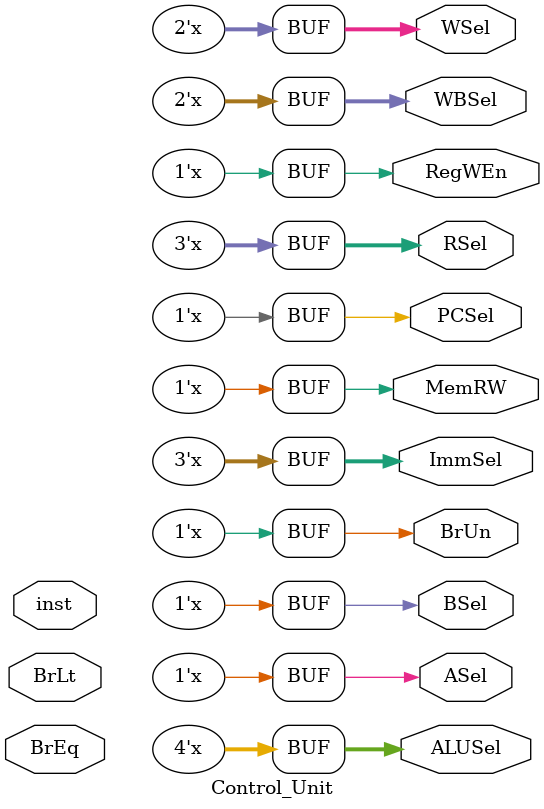
<source format=v>
module Control_Unit(
    inst, BrEq, BrLt,       // input
    PCSel, ImmSel, RegWEn, BrUn, BSel, ASel, ALUSel, MemRW, RSel, WSel, WBSel   // output
);
    input [31:0] inst;
    input BrEq, BrLt;

    output reg PCSel, RegWEn, BrUn, BSel, ASel, MemRW;
    output reg [1:0] WBSel, WSel;
    output reg [2:0] ImmSel, RSel;
    output reg [3:0] ALUSel;
    
    // Control Unit output data
    reg [19:0] data_out; 

    // Command classes
    parameter   
        R       = 5'b01100,
        I_arith = 5'b00100,
        I_load  = 5'b00000,
        S       = 5'b01000,
        B       = 5'b11000,
        JAL     = 5'b11011,
        JALR    = 5'b11001;

    parameter 
        ADD_SUB = 3'b000,   ADDI    = 3'b000,   LB  = 3'b000,   SB  = 3'b000,    BEQ = 3'b000,
        SLL     = 3'b001,   SLLI    = 3'b001,   SH      = 3'b001,   BNE = 3'b001,
        SLT     = 3'b010,   SLTI    = 3'b010,   LH      = 3'b010,   SW  = 3'b010, 
        SLTU    = 3'b011,   SLTIU   = 3'b011,   LW      = 3'b011, 
        XOR     = 3'b100,   XORI    = 3'b100,   LBU     = 3'b100,   BLT = 3'b100,
        SRL_SRA = 3'b101,   SRLI_SRAI = 3'b101, LHU     = 3'b101,   BGE = 3'b101, 
        OR      = 3'b110,   ORI     = 3'b110,   BLTU    = 3'b110,
        AND     = 3'b111,   ANDI    = 3'b111,   BGEU    = 3'b111;
    
    always@ (*) begin
        case (inst[6:2])
            R: begin
                case (inst[14:12])
                // PCSel_ImmSel_RegWEn_BrUn_BSel_ASel_ALUSel_MemRW_WSel_RSel_WBSel
                    ADD_SUB: begin
                        if (inst[30] == 0)  
                                data_out <= 20'b0_111_1_0_0_0_0000_0_11_111_01;
                        else    data_out <= 20'b0_111_1_0_0_0_0001_0_11_111_01;
                    end
                    SLL:        data_out <= 20'b0_111_1_0_0_0_0101_0_11_111_01;
                    SLT:        data_out <= 20'b0_111_1_0_0_0_1000_0_11_111_01;
                    SLTU:       data_out <= 20'b0_111_1_0_0_0_1001_0_11_111_01;
                    XOR:        data_out <= 20'b0_111_1_0_0_0_0100_0_11_111_01;
                    SRL_SRA: begin
                        if (inst[30] == 0)
                                data_out <= 20'b0_111_1_0_0_0_0110_0_11_111_01;
                        else    data_out <= 20'b0_111_1_0_0_0_0111_0_11_111_01;
                    end
                    OR:         data_out <= 20'b0_111_1_0_0_0_0011_0_11_111_01;
                    AND:        data_out <= 20'b0_111_1_0_0_0_0010_0_11_111_01;
                endcase
            end
            // PCSel_ImmSel_RegWEn_BrUn_BSel_ASel_ALUSel_MemRW_WSel_RSel_WBSel
            I_arith: begin
                case (inst[14:12])
                    ADDI:       data_out <= 20'b0_000_1_0_1_0_0000_0_11_111_01;
                    SLTI:       data_out <= 20'b0_000_1_0_1_0_1000_0_11_111_01;
                    SLTIU:      data_out <= 20'b0_000_1_0_1_0_1001_0_11_111_01;
                    XORI:       data_out <= 20'b0_000_1_0_1_0_0100_0_11_111_01;
                    ORI:        data_out <= 20'b0_000_1_0_1_0_0011_0_11_111_01;
                    ANDI:       data_out <= 20'b0_000_1_0_1_0_0010_0_11_111_01;
                    // SLLI:   data_out <=
                    // SRLI_SRAI: begin
                    //     if (inst[30] == 0)  data_out <=
                    //     else    data_out <=
                    // end
                endcase
            end

            I_load: begin
                case (inst[14:12])
                    LB:         data_out <= 20'b0_000_1_0_1_0_0000_0_11_000_00;
                    LH:         data_out <= 20'b0_000_1_0_1_0_0000_0_11_010_00;
                    LW:         data_out <= 20'b0_000_1_0_1_0_0000_0_11_011_00;
                    LBU:        data_out <= 20'b0_000_1_0_1_0_0000_0_11_100_00;
                    LHU:        data_out <= 20'b0_000_1_0_1_0_0000_0_11_101_00;
                endcase
            end

            S: begin
                case (inst[14:12])
                    SB:         data_out <= 20'b0_001_0_0_1_0_0000_1_00_111_00;
                    SH:         data_out <= 20'b0_001_0_0_1_0_0000_1_01_111_00;
                    SW:         data_out <= 20'b0_001_0_0_1_0_0000_1_10_111_00;
                endcase
            end
            // PCSel_ImmSel_RegWEn_BrUn_BSel_ASel_ALUSel_MemRW_WSel_RSel_WBSel
            B: begin
                case (inst[14:12])
                    BEQ: begin
                        if (BrEq == 1)   
                                data_out <= 20'b1_010_0_1_1_1_0000_0_11_111_00;
                        else    data_out <= 20'b0_111_0_1_0_0_0000_0_11_111_00;
                    end
                    BNE: begin
                        if (BrEq == 0)   
                                data_out <= 20'b1_010_0_1_1_1_0000_0_11_111_00;
                        else    data_out <= 20'b0_111_0_1_0_0_0000_0_11_111_00;
                    end 
                    BLT: begin
                        if ((BrEq == 0) && (BrLt == 1))
                                data_out <= 20'b1_010_0_1_1_1_0000_0_11_111_00;
                        else    data_out <= 20'b0_111_0_1_0_0_0000_0_11_111_00;
                    end
                    BGE: begin
                        if ((BrEq == 1) || (BrLt == 0))     
                                data_out <= 20'b1_010_0_1_1_1_0000_0_11_111_00;
                        else    data_out <= 20'b0_111_0_1_0_0_0000_0_11_111_00;
                    end
                    BLTU: begin
                        if ((BrEq == 0) && (BrLt == 1)) 
                                data_out <= 20'b1_010_0_0_1_1_0000_0_11_111_00;
                        else    data_out <= 20'b0_111_0_0_0_0_0000_0_11_111_00;
                    end
                    BGEU: begin
                        if ((BrEq == 1) || (BrLt == 0))
                                data_out <= 20'b1_010_0_0_1_1_0000_0_11_111_00;
                        else    data_out <= 20'b0_111_0_0_0_0_0000_0_11_111_00;
                    end
                endcase
            end

            JAL:    data_out <= 20'b1_100_1_0_1_1_0000_0_11_111_10;

            JALR:   data_out <= 20'b1_000_1_0_1_0_0000_0_11_111_10;
        endcase

//  Assign value of every single output: 

/*              FETCH               */
        PCSel   <= data_out[19];

/*              EXECUTE             */
        ImmSel  <= data_out[18:16];
        RegWEn  <= data_out[15];
        BrUn    <= data_out[14];
        BSel    <= data_out[13];
        ASel    <= data_out[12];
        ALUSel  <= data_out[11:8];

/*              WRITE BACK          */
        MemRW   <= data_out[7];
        WSel    <= data_out[6:5];
        RSel    <= data_out[4:2];
        WBSel   <= data_out[1:0];       
    end
    
endmodule 
</source>
